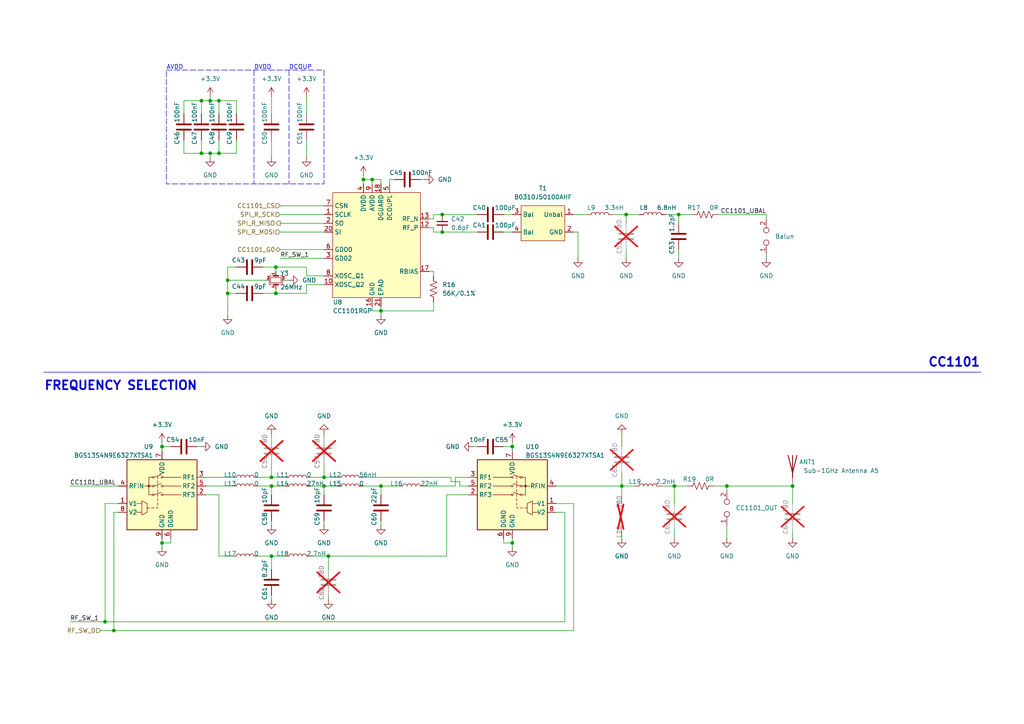
<source format=kicad_sch>
(kicad_sch (version 20231120) (generator "eeschema") (generator_version "8.0")
  (paper "A4")
  (lib_symbols
    (symbol "Connector:TestPoint_2Pole" (pin_names (offset 0.762) hide)
      (property "Reference" "TP" (at 0 1.524 0))
      (property "Value" "TestPoint_2Pole" (at 0 -1.778 0))
      (symbol "TestPoint_2Pole_0_1"
        (circle (center -1.778 0) (radius 0.762))
        (circle (center 1.778 0) (radius 0.762))
        (pin passive line (at -5.08 0 0) (length 2.54) (name "1") (number "1"))
        (pin passive line (at 5.08 0 180) (length 2.54) (name "2") (number "2"))
      )
    )
    (symbol "Device:C" (pin_numbers hide) (pin_names (offset 0.254))
      (property "Reference" "C" (at 0.635 2.54 0))
      (property "Value" "C" (at 0.635 -2.54 0))
      (symbol "C_0_1"
        (polyline (pts (xy -2.032 -0.762) (xy 2.032 -0.762)) (stroke (width 0.508)))
        (polyline (pts (xy -2.032 0.762) (xy 2.032 0.762)) (stroke (width 0.508)))
      )
      (symbol "C_1_1"
        (pin passive line (at 0 3.81 270) (length 2.794) (name "~") (number "1"))
        (pin passive line (at 0 -3.81 90) (length 2.794) (name "~") (number "2"))
      )
    )
    (symbol "Device:C_Small" (pin_numbers hide) (pin_names (offset 0.254) hide)
      (property "Reference" "C" (at 0.254 1.778 0))
      (property "Value" "C_Small" (at 0.254 -2.032 0))
      (symbol "C_Small_0_1"
        (polyline (pts (xy -1.524 -0.508) (xy 1.524 -0.508)) (stroke (width 0.3302)))
        (polyline (pts (xy -1.524 0.508) (xy 1.524 0.508)) (stroke (width 0.3048)))
      )
      (symbol "C_Small_1_1"
        (pin passive line (at 0 2.54 270) (length 2.032) (name "~") (number "1"))
        (pin passive line (at 0 -2.54 90) (length 2.032) (name "~") (number "2"))
      )
    )
    (symbol "Device:Crystal_GND23_Small" (pin_names (offset 1.016) hide)
      (property "Reference" "Y" (at 1.27 4.445 0))
      (property "Value" "Crystal_GND23_Small" (at 1.27 2.54 0))
      (symbol "Crystal_GND23_Small_0_1"
        (rectangle (start -0.762 -1.524) (end 0.762 1.524))
        (polyline (pts (xy -1.27 -0.762) (xy -1.27 0.762)) (stroke (width 0.381)))
        (polyline (pts (xy 1.27 -0.762) (xy 1.27 0.762)) (stroke (width 0.381)))
        (polyline (pts (xy -1.27 -1.27) (xy -1.27 -1.905) (xy 1.27 -1.905) (xy 1.27 -1.27)))
        (polyline (pts (xy -1.27 1.27) (xy -1.27 1.905) (xy 1.27 1.905) (xy 1.27 1.27)))
      )
      (symbol "Crystal_GND23_Small_1_1"
        (pin passive line (at -2.54 0 0) (length 1.27) (name "1") (number "1"))
        (pin passive line (at 0 -2.54 90) (length 0.635) (name "2") (number "2"))
        (pin passive line (at 0 2.54 270) (length 0.635) (name "3") (number "3"))
        (pin passive line (at 2.54 0 180) (length 1.27) (name "4") (number "4"))
      )
    )
    (symbol "Device:L" (pin_numbers hide) (pin_names (offset 1.016) hide)
      (property "Reference" "L" (at -1.27 0 90))
      (property "Value" "L" (at 1.905 0 90))
      (symbol "L_0_1"
        (arc (start 0 -2.54) (mid 0.6323 -1.905) (end 0 -1.27))
        (arc (start 0 -1.27) (mid 0.6323 -0.635) (end 0 0))
        (arc (start 0 0) (mid 0.6323 0.635) (end 0 1.27))
        (arc (start 0 1.27) (mid 0.6323 1.905) (end 0 2.54))
      )
      (symbol "L_1_1"
        (pin passive line (at 0 3.81 270) (length 1.27) (name "1") (number "1"))
        (pin passive line (at 0 -3.81 90) (length 1.27) (name "2") (number "2"))
      )
    )
    (symbol "Device:R_US" (pin_numbers hide) (pin_names (offset 0))
      (property "Reference" "R" (at 2.54 0 90))
      (property "Value" "R_US" (at -2.54 0 90))
      (symbol "R_US_0_1"
        (polyline (pts (xy 0 -2.286) (xy 0 -2.54)))
        (polyline (pts (xy 0 2.286) (xy 0 2.54)))
        (polyline (pts (xy 0 -0.762) (xy 1.016 -1.143) (xy 0 -1.524) (xy -1.016 -1.905) (xy 0 -2.286)))
        (polyline (pts (xy 0 0.762) (xy 1.016 0.381) (xy 0 0) (xy -1.016 -0.381) (xy 0 -0.762)))
        (polyline (pts (xy 0 2.286) (xy 1.016 1.905) (xy 0 1.524) (xy -1.016 1.143) (xy 0 0.762)))
      )
      (symbol "R_US_1_1"
        (pin passive line (at 0 3.81 270) (length 1.27) (name "~") (number "1"))
        (pin passive line (at 0 -3.81 90) (length 1.27) (name "~") (number "2"))
      )
    )
    (symbol "Library:Antenna" (pin_numbers hide) (pin_names (offset 1.016) hide)
      (property "Reference" "AE" (at -1.905 1.905 0))
      (property "Value" "Antenna" (at -1.905 0 0))
      (symbol "Antenna_0_1"
        (polyline (pts (xy 0 2.54) (xy 0 -3.81)) (stroke (width 0.254)))
        (polyline (pts (xy 1.27 2.54) (xy 0 -2.54) (xy -1.27 2.54)) (stroke (width 0.254)))
      )
      (symbol "Antenna_1_1"
        (pin input line (at 0 -5.08 90) (length 2.54) (name "A") (number "1"))
      )
    )
    (symbol "Library:B0310J50100AHF"
      (property "Reference" "T" (at 0 12.7 0))
      (property "Value" "B0310J50100AHF" (at 0 10.16 0))
      (symbol "B0310J50100AHF_1_1"
        (rectangle (start -6.35 5.08) (end 6.35 -5.08) (fill (type background)))
        (pin bidirectional line (at 8.89 2.54 180) (length 2.54) (name "Unbal") (number "1"))
        (pin bidirectional line (at 8.89 -2.54 180) (length 2.54) (name "GND") (number "2"))
        (pin bidirectional line (at -8.89 2.54 0) (length 2.54) (name "Bal") (number "3"))
        (pin bidirectional line (at -8.89 -2.54 0) (length 2.54) (name "Bal") (number "4"))
        (pin bidirectional line (at 0 -7.62 90) (length 2.54) hide (name "DNC") (number "5"))
        (pin bidirectional line (at 0 -7.62 90) (length 2.54) hide (name "NC") (number "6"))
      )
    )
    (symbol "Library:BGS13S4N9E6327XTSA1"
      (property "Reference" "U" (at 12.7 15.24 0))
      (property "Value" "BGS13S4N9E6327XTSA1" (at 12.7 12.7 0))
      (symbol "BGS13S4N9E6327XTSA1_0_0"
        (rectangle (start -10.16 10.16) (end 10.16 -10.16) (stroke (width 0.254)) (fill (type background)))
        (circle (center -3.81 2.54) (radius 0.254) (fill (type outline)))
        (polyline (pts (xy -4.318 -3.81) (xy -3.556 -3.81)))
        (polyline (pts (xy -3.81 2.54) (xy -5.08 2.54)))
        (polyline (pts (xy -3.048 -3.81) (xy -2.286 -3.81)))
        (polyline (pts (xy -1.27 -3.048) (xy -1.27 -2.286)))
        (polyline (pts (xy -1.27 -1.778) (xy -1.27 -1.016)))
        (polyline (pts (xy -1.27 -0.508) (xy -1.27 0.254)))
        (polyline (pts (xy -1.27 1.524) (xy -1.27 0.762)))
        (polyline (pts (xy -1.27 2.794) (xy -1.27 2.032)))
        (polyline (pts (xy -1.27 4.064) (xy -1.27 3.302)))
        (polyline (pts (xy -1.27 5.334) (xy -1.27 4.572)))
        (polyline (pts (xy 0.254 0) (xy 5.588 0)))
        (polyline (pts (xy 0.254 2.54) (xy 5.588 2.54)))
        (polyline (pts (xy 0.254 5.08) (xy 5.588 5.08)))
        (polyline (pts (xy -2.794 0) (xy -3.81 0) (xy -3.81 5.08) (xy -2.794 5.08)))
      )
      (symbol "BGS13S4N9E6327XTSA1_0_1"
        (circle (center -2.54 0) (radius 0.254))
        (circle (center -2.54 2.54) (radius 0.254))
        (circle (center -2.54 5.08) (radius 0.254))
        (polyline (pts (xy -7.366 -5.08) (xy -5.842 -5.08)))
        (polyline (pts (xy -7.366 -2.54) (xy -5.842 -2.54)))
        (polyline (pts (xy -2.794 2.54) (xy -3.81 2.54)))
        (polyline (pts (xy -2.286 0) (xy -0.254 0.762)))
        (polyline (pts (xy -2.286 2.54) (xy -0.254 3.302)))
        (polyline (pts (xy -2.286 5.08) (xy -0.254 5.842)))
        (polyline (pts (xy -1.778 -3.81) (xy -1.27 -3.81)))
        (polyline (pts (xy -1.27 -3.81) (xy -1.27 -3.556)))
        (polyline (pts (xy -5.842 -1.778) (xy -5.842 -5.842) (xy -4.318 -5.08) (xy -4.318 -2.54) (xy -5.842 -1.778)))
        (circle (center 0 0) (radius 0.254))
        (circle (center 0 2.54) (radius 0.254))
        (circle (center 0 5.08) (radius 0.254))
      )
      (symbol "BGS13S4N9E6327XTSA1_1_1"
        (pin input line (at -12.7 -2.54 0) (length 2.54) (name "V1") (number "1"))
        (pin passive line (at 12.7 0 180) (length 2.54) (name "RF3") (number "2"))
        (pin passive line (at 12.7 5.08 180) (length 2.54) (name "RF1") (number "3"))
        (pin passive line (at -12.7 2.54 0) (length 2.54) (name "RFIN") (number "4"))
        (pin passive line (at 12.7 2.54 180) (length 2.54) (name "RF2") (number "5"))
        (pin power_in line (at 2.54 -12.7 90) (length 2.54) (name "DGND") (number "6"))
        (pin power_in line (at 0 12.7 270) (length 2.54) (name "VDD") (number "7"))
        (pin input line (at -12.7 -5.08 0) (length 2.54) (name "V2") (number "8"))
        (pin power_in line (at 0 -12.7 90) (length 2.54) (name "GND") (number "9"))
      )
    )
    (symbol "Library:CC1101RGP"
      (property "Reference" "U" (at 11.43 19.05 0))
      (property "Value" "CC1101RGP" (at 11.43 16.51 0))
      (symbol "CC1101RGP_1_1"
        (rectangle (start -12.7 15.24) (end 12.7 -15.24) (fill (type background)))
        (pin input line (at -15.24 8.89 0) (length 2.54) (name "SCLK") (number "1"))
        (pin bidirectional line (at -15.24 -11.43 0) (length 2.54) (name "XOSC_Q2") (number "10"))
        (pin bidirectional line (at -1.27 17.78 270) (length 2.54) hide (name "AVDD") (number "11"))
        (pin bidirectional line (at 15.24 5.08 180) (length 2.54) (name "RF_P") (number "12"))
        (pin bidirectional line (at 15.24 7.62 180) (length 2.54) (name "RF_N") (number "13"))
        (pin bidirectional line (at -1.27 17.78 270) (length 2.54) hide (name "AVDD") (number "14"))
        (pin bidirectional line (at -1.27 17.78 270) (length 2.54) hide (name "AVDD") (number "15"))
        (pin bidirectional line (at -1.27 -17.78 90) (length 2.54) (name "GND") (number "16"))
        (pin bidirectional line (at 15.24 -7.62 180) (length 2.54) (name "RBIAS") (number "17"))
        (pin bidirectional line (at 1.27 17.78 270) (length 2.54) (name "DGUARD") (number "18"))
        (pin bidirectional line (at -1.27 -17.78 90) (length 2.54) hide (name "GND") (number "19"))
        (pin output line (at -15.24 6.35 0) (length 2.54) (name "SO") (number "2"))
        (pin bidirectional line (at -15.24 3.81 0) (length 2.54) (name "SI") (number "20"))
        (pin bidirectional line (at 1.27 -17.78 90) (length 2.54) (name "EPAD") (number "21"))
        (pin bidirectional line (at -15.24 -3.81 0) (length 2.54) (name "GD02") (number "3"))
        (pin bidirectional line (at -3.81 17.78 270) (length 2.54) (name "DVDD") (number "4"))
        (pin bidirectional line (at 3.81 17.78 270) (length 2.54) (name "DCOUPL") (number "5"))
        (pin bidirectional line (at -15.24 -1.27 0) (length 2.54) (name "GDO0") (number "6"))
        (pin bidirectional line (at -15.24 11.43 0) (length 2.54) (name "CSN") (number "7"))
        (pin bidirectional line (at -15.24 -8.89 0) (length 2.54) (name "XOSC_Q1") (number "8"))
        (pin bidirectional line (at -1.27 17.78 270) (length 2.54) (name "AVDD") (number "9"))
      )
    )
    (symbol "Library:L" (pin_numbers hide) (pin_names (offset 1.016) hide)
      (property "Reference" "L" (at -1.27 0 90))
      (property "Value" "L" (at 1.905 0 90))
      (symbol "L_0_1"
        (arc (start 0 -2.54) (mid 0.6323 -1.905) (end 0 -1.27))
        (arc (start 0 -1.27) (mid 0.6323 -0.635) (end 0 0))
        (arc (start 0 0) (mid 0.6323 0.635) (end 0 1.27))
        (arc (start 0 1.27) (mid 0.6323 1.905) (end 0 2.54))
      )
      (symbol "L_1_1"
        (pin passive line (at 0 3.81 270) (length 1.27) (name "1") (number "1"))
        (pin passive line (at 0 -3.81 90) (length 1.27) (name "2") (number "2"))
      )
    )
    (symbol "power:+3.3V" (power) (pin_numbers hide) (pin_names (offset 0) hide)
      (property "Value" "+3.3V" (at 0 3.556 0))
      (symbol "+3.3V_0_1"
        (polyline (pts (xy -0.762 1.27) (xy 0 2.54)))
        (polyline (pts (xy 0 0) (xy 0 2.54)))
        (polyline (pts (xy 0 2.54) (xy 0.762 1.27)))
      )
      (symbol "+3.3V_1_1"
        (pin power_in line (at 0 0 90) (length 0) (name "~") (number "1"))
      )
    )
    (symbol "power:GND" (power) (pin_numbers hide) (pin_names (offset 0) hide)
      (property "Value" "GND" (at 0 -3.81 0))
      (symbol "GND_0_1"
        (polyline (pts (xy 0 0) (xy 0 -1.27) (xy 1.27 -1.27) (xy 0 -2.54) (xy -1.27 -1.27) (xy 0 -1.27)))
      )
      (symbol "GND_1_1"
        (pin power_in line (at 0 0 270) (length 0) (name "~") (number "1"))
      )
    )
  )
  (junction (at 78.74 138.43))
  (junction (at 66.04 85.09))
  (junction (at 195.58 140.97))
  (junction (at 46.99 129.54))
  (junction (at 58.42 44.45))
  (junction (at 229.87 140.97))
  (junction (at 181.61 62.23))
  (junction (at 78.74 140.97))
  (junction (at 78.74 161.29))
  (junction (at 180.34 140.97))
  (junction (at 30.48 180.34))
  (junction (at 60.96 44.45))
  (junction (at 93.98 140.97))
  (junction (at 95.25 161.29))
  (junction (at 148.59 157.48))
  (junction (at 66.04 81.28))
  (junction (at 63.5 44.45))
  (junction (at 33.02 182.88))
  (junction (at 93.98 138.43))
  (junction (at 110.49 90.17))
  (junction (at 148.59 129.54))
  (junction (at 58.42 29.21))
  (junction (at 107.95 52.07))
  (junction (at 128.27 67.31))
  (junction (at 60.96 29.21))
  (junction (at 210.82 140.97))
  (junction (at 110.49 140.97))
  (junction (at 46.99 157.48))
  (junction (at 80.01 85.09))
  (junction (at 196.85 62.23))
  (junction (at 128.27 62.23))
  (junction (at 80.01 77.47))
  (junction (at 63.5 29.21))
  (junction (at 105.41 52.07))
  (wire (pts (xy 180.34 140.97) (xy 184.15 140.97)))
  (wire (pts (xy 93.98 134.62) (xy 93.98 138.43)))
  (wire (pts (xy 30.48 146.05) (xy 30.48 180.34)))
  (wire (pts (xy 148.59 156.21) (xy 148.59 157.48)))
  (wire (pts (xy 80.01 85.09) (xy 80.01 83.82)))
  (wire (pts (xy 107.95 90.17) (xy 110.49 90.17)))
  (wire (pts (xy 81.28 59.69) (xy 93.98 59.69)))
  (wire (pts (xy 125.73 87.63) (xy 125.73 90.17)))
  (wire (pts (xy 95.25 161.29) (xy 95.25 165.1)))
  (wire (pts (xy 93.98 138.43) (xy 97.79 138.43)))
  (wire (pts (xy 88.9 27.94) (xy 88.9 33.02)))
  (wire (pts (xy 81.28 74.93) (xy 93.98 74.93)))
  (wire (pts (xy 81.28 72.39) (xy 93.98 72.39)))
  (wire (pts (xy 105.41 50.8) (xy 105.41 52.07)))
  (wire (pts (xy 33.02 148.59) (xy 34.29 148.59)))
  (wire (pts (xy 107.95 52.07) (xy 105.41 52.07)))
  (wire (pts (xy 80.01 85.09) (xy 88.9 85.09)))
  (wire (pts (xy 128.27 62.23) (xy 138.43 62.23)))
  (wire (pts (xy 33.02 148.59) (xy 33.02 182.88)))
  (wire (pts (xy 163.83 180.34) (xy 30.48 180.34)))
  (wire (pts (xy 34.29 146.05) (xy 30.48 146.05)))
  (wire (pts (xy 78.74 140.97) (xy 82.55 140.97)))
  (wire (pts (xy 146.05 67.31) (xy 148.59 67.31)))
  (wire (pts (xy 148.59 128.27) (xy 148.59 129.54)))
  (wire (pts (xy 53.34 40.64) (xy 53.34 44.45)))
  (wire (pts (xy 208.28 62.23) (xy 222.25 62.23)))
  (wire (pts (xy 210.82 152.4) (xy 210.82 156.21)))
  (wire (pts (xy 78.74 40.64) (xy 78.74 45.72)))
  (wire (pts (xy 63.5 33.02) (xy 63.5 29.21)))
  (wire (pts (xy 110.49 52.07) (xy 110.49 53.34)))
  (wire (pts (xy 88.9 82.55) (xy 93.98 82.55)))
  (wire (pts (xy 81.28 67.31) (xy 93.98 67.31)))
  (wire (pts (xy 93.98 140.97) (xy 93.98 143.51)))
  (wire (pts (xy 166.37 67.31) (xy 167.64 67.31)))
  (wire (pts (xy 148.59 129.54) (xy 148.59 130.81)))
  (wire (pts (xy 133.35 139.7) (xy 133.35 140.97)))
  (wire (pts (xy 46.99 128.27) (xy 46.99 129.54)))
  (wire (pts (xy 59.69 138.43) (xy 67.31 138.43)))
  (wire (pts (xy 128.27 67.31) (xy 138.43 67.31)))
  (wire (pts (xy 105.41 52.07) (xy 105.41 53.34)))
  (wire (pts (xy 76.2 77.47) (xy 80.01 77.47)))
  (wire (pts (xy 46.99 129.54) (xy 46.99 130.81)))
  (wire (pts (xy 125.73 62.23) (xy 128.27 62.23)))
  (wire (pts (xy 132.08 138.43) (xy 135.89 138.43)))
  (wire (pts (xy 177.8 62.23) (xy 181.61 62.23)))
  (wire (pts (xy 196.85 62.23) (xy 196.85 64.77)))
  (wire (pts (xy 110.49 151.13) (xy 110.49 152.4)))
  (wire (pts (xy 77.47 81.28) (xy 66.04 81.28)))
  (wire (pts (xy 49.53 156.21) (xy 49.53 157.48)))
  (wire (pts (xy 49.53 157.48) (xy 46.99 157.48)))
  (wire (pts (xy 46.99 129.54) (xy 49.53 129.54)))
  (wire (pts (xy 181.61 62.23) (xy 185.42 62.23)))
  (wire (pts (xy 78.74 134.62) (xy 78.74 138.43)))
  (wire (pts (xy 58.42 29.21) (xy 58.42 33.02)))
  (wire (pts (xy 80.01 77.47) (xy 80.01 78.74)))
  (wire (pts (xy 138.43 129.54) (xy 137.16 129.54)))
  (wire (pts (xy 93.98 151.13) (xy 93.98 152.4)))
  (wire (pts (xy 110.49 90.17) (xy 110.49 88.9)))
  (wire (pts (xy 88.9 40.64) (xy 88.9 45.72)))
  (wire (pts (xy 161.29 148.59) (xy 163.83 148.59)))
  (wire (pts (xy 60.96 27.94) (xy 60.96 29.21)))
  (wire (pts (xy 180.34 125.73) (xy 180.34 129.54)))
  (wire (pts (xy 59.69 140.97) (xy 67.31 140.97)))
  (wire (pts (xy 58.42 44.45) (xy 58.42 40.64)))
  (wire (pts (xy 146.05 157.48) (xy 148.59 157.48)))
  (wire (pts (xy 130.81 139.7) (xy 130.81 138.43)))
  (wire (pts (xy 82.55 81.28) (xy 83.82 81.28)))
  (wire (pts (xy 90.17 140.97) (xy 93.98 140.97)))
  (wire (pts (xy 110.49 90.17) (xy 110.49 91.44)))
  (wire (pts (xy 146.05 156.21) (xy 146.05 157.48)))
  (wire (pts (xy 63.5 161.29) (xy 67.31 161.29)))
  (wire (pts (xy 107.95 88.9) (xy 107.95 90.17)))
  (polyline (pts (xy 83.82 20.32) (xy 83.82 53.34)) (stroke (width 0) (type dash)))
  (wire (pts (xy 90.17 161.29) (xy 95.25 161.29)))
  (wire (pts (xy 222.25 74.93) (xy 222.25 73.66)))
  (wire (pts (xy 229.87 153.67) (xy 229.87 156.21)))
  (wire (pts (xy 146.05 62.23) (xy 148.59 62.23)))
  (wire (pts (xy 63.5 44.45) (xy 60.96 44.45)))
  (wire (pts (xy 63.5 44.45) (xy 68.58 44.45)))
  (wire (pts (xy 130.81 138.43) (xy 105.41 138.43)))
  (wire (pts (xy 78.74 161.29) (xy 78.74 165.1)))
  (wire (pts (xy 20.32 180.34) (xy 30.48 180.34)))
  (wire (pts (xy 123.19 140.97) (xy 132.08 140.97)))
  (wire (pts (xy 181.61 64.77) (xy 181.61 62.23)))
  (wire (pts (xy 229.87 146.05) (xy 229.87 140.97)))
  (wire (pts (xy 90.17 138.43) (xy 93.98 138.43)))
  (wire (pts (xy 60.96 29.21) (xy 58.42 29.21)))
  (wire (pts (xy 74.93 138.43) (xy 78.74 138.43)))
  (wire (pts (xy 125.73 63.5) (xy 124.46 63.5)))
  (wire (pts (xy 210.82 142.24) (xy 210.82 140.97)))
  (wire (pts (xy 124.46 78.74) (xy 125.73 78.74)))
  (wire (pts (xy 60.96 44.45) (xy 60.96 45.72)))
  (wire (pts (xy 129.54 161.29) (xy 129.54 143.51)))
  (wire (pts (xy 193.04 62.23) (xy 196.85 62.23)))
  (wire (pts (xy 74.93 161.29) (xy 78.74 161.29)))
  (wire (pts (xy 107.95 52.07) (xy 107.95 53.34)))
  (wire (pts (xy 95.25 161.29) (xy 129.54 161.29)))
  (wire (pts (xy 148.59 157.48) (xy 148.59 158.75)))
  (wire (pts (xy 133.35 140.97) (xy 135.89 140.97)))
  (wire (pts (xy 46.99 157.48) (xy 46.99 158.75)))
  (wire (pts (xy 125.73 66.04) (xy 125.73 67.31)))
  (wire (pts (xy 59.69 143.51) (xy 63.5 143.51)))
  (wire (pts (xy 57.15 129.54) (xy 58.42 129.54)))
  (wire (pts (xy 78.74 172.72) (xy 78.74 173.99)))
  (wire (pts (xy 210.82 140.97) (xy 229.87 140.97)))
  (wire (pts (xy 93.98 140.97) (xy 97.79 140.97)))
  (wire (pts (xy 125.73 67.31) (xy 128.27 67.31)))
  (wire (pts (xy 63.5 29.21) (xy 68.58 29.21)))
  (wire (pts (xy 105.41 140.97) (xy 110.49 140.97)))
  (wire (pts (xy 66.04 77.47) (xy 66.04 81.28)))
  (wire (pts (xy 114.3 52.07) (xy 113.03 52.07)))
  (wire (pts (xy 66.04 91.44) (xy 66.04 85.09)))
  (wire (pts (xy 88.9 80.01) (xy 93.98 80.01)))
  (wire (pts (xy 33.02 182.88) (xy 166.37 182.88)))
  (wire (pts (xy 78.74 125.73) (xy 78.74 127)))
  (wire (pts (xy 129.54 143.51) (xy 135.89 143.51)))
  (wire (pts (xy 78.74 140.97) (xy 78.74 143.51)))
  (wire (pts (xy 125.73 78.74) (xy 125.73 80.01)))
  (wire (pts (xy 180.34 140.97) (xy 180.34 146.05)))
  (wire (pts (xy 81.28 64.77) (xy 93.98 64.77)))
  (wire (pts (xy 110.49 140.97) (xy 110.49 143.51)))
  (wire (pts (xy 78.74 138.43) (xy 82.55 138.43)))
  (wire (pts (xy 195.58 153.67) (xy 195.58 156.21)))
  (wire (pts (xy 53.34 33.02) (xy 53.34 29.21)))
  (wire (pts (xy 166.37 146.05) (xy 166.37 182.88)))
  (polyline (pts (xy 12.7 107.95) (xy 284.48 107.95)))
  (wire (pts (xy 68.58 33.02) (xy 68.58 29.21)))
  (wire (pts (xy 58.42 44.45) (xy 53.34 44.45)))
  (wire (pts (xy 66.04 81.28) (xy 66.04 85.09)))
  (wire (pts (xy 166.37 62.23) (xy 170.18 62.23)))
  (wire (pts (xy 78.74 151.13) (xy 78.74 152.4)))
  (wire (pts (xy 29.21 182.88) (xy 33.02 182.88)))
  (wire (pts (xy 110.49 140.97) (xy 115.57 140.97)))
  (wire (pts (xy 78.74 27.94) (xy 78.74 33.02)))
  (wire (pts (xy 88.9 85.09) (xy 88.9 82.55)))
  (wire (pts (xy 63.5 40.64) (xy 63.5 44.45)))
  (wire (pts (xy 180.34 137.16) (xy 180.34 140.97)))
  (wire (pts (xy 81.28 62.23) (xy 93.98 62.23)))
  (wire (pts (xy 132.08 140.97) (xy 132.08 138.43)))
  (wire (pts (xy 181.61 72.39) (xy 181.61 74.93)))
  (wire (pts (xy 161.29 146.05) (xy 166.37 146.05)))
  (wire (pts (xy 93.98 125.73) (xy 93.98 127)))
  (polyline (pts (xy 73.66 20.32) (xy 73.66 53.34)) (stroke (width 0) (type dash)))
  (wire (pts (xy 207.01 140.97) (xy 210.82 140.97)))
  (wire (pts (xy 196.85 72.39) (xy 196.85 74.93)))
  (wire (pts (xy 63.5 143.51) (xy 63.5 161.29)))
  (wire (pts (xy 133.35 139.7) (xy 130.81 139.7)))
  (wire (pts (xy 121.92 52.07) (xy 123.19 52.07)))
  (wire (pts (xy 163.83 148.59) (xy 163.83 180.34)))
  (wire (pts (xy 76.2 85.09) (xy 80.01 85.09)))
  (wire (pts (xy 58.42 29.21) (xy 53.34 29.21)))
  (wire (pts (xy 113.03 52.07) (xy 113.03 53.34)))
  (wire (pts (xy 167.64 67.31) (xy 167.64 74.93)))
  (wire (pts (xy 125.73 90.17) (xy 110.49 90.17)))
  (wire (pts (xy 80.01 77.47) (xy 88.9 77.47)))
  (wire (pts (xy 74.93 140.97) (xy 78.74 140.97)))
  (wire (pts (xy 161.29 140.97) (xy 180.34 140.97)))
  (wire (pts (xy 68.58 77.47) (xy 66.04 77.47)))
  (wire (pts (xy 63.5 29.21) (xy 60.96 29.21)))
  (wire (pts (xy 195.58 140.97) (xy 199.39 140.97)))
  (wire (pts (xy 88.9 77.47) (xy 88.9 80.01)))
  (wire (pts (xy 191.77 140.97) (xy 195.58 140.97)))
  (wire (pts (xy 229.87 139.7) (xy 229.87 140.97)))
  (wire (pts (xy 196.85 62.23) (xy 200.66 62.23)))
  (wire (pts (xy 78.74 161.29) (xy 82.55 161.29)))
  (wire (pts (xy 66.04 85.09) (xy 68.58 85.09)))
  (wire (pts (xy 195.58 140.97) (xy 195.58 146.05)))
  (wire (pts (xy 148.59 129.54) (xy 146.05 129.54)))
  (wire (pts (xy 68.58 40.64) (xy 68.58 44.45)))
  (wire (pts (xy 60.96 44.45) (xy 58.42 44.45)))
  (wire (pts (xy 222.25 62.23) (xy 222.25 63.5)))
  (wire (pts (xy 46.99 156.21) (xy 46.99 157.48)))
  (wire (pts (xy 125.73 63.5) (xy 125.73 62.23)))
  (wire (pts (xy 180.34 153.67) (xy 180.34 156.21)))
  (wire (pts (xy 110.49 52.07) (xy 107.95 52.07)))
  (wire (pts (xy 20.32 140.97) (xy 34.29 140.97)))
  (wire (pts (xy 125.73 66.04) (xy 124.46 66.04)))
  (wire (pts (xy 95.25 172.72) (xy 95.25 173.99)))
  (rectangle (start 48.26 20.32) (end 93.98 53.34) (stroke (width 0) (type dash)))
  (text "FREQUENCY SELECTION" (exclude_from_sim yes) (at 12.7 110.49 0) (effects (font (size 2.54 2.54) (thickness 0.508) (bold yes)) (justify left top)))
  (text "AVDD" (at 48.26 20.32 0) (effects (font (size 1.27 1.27)) (justify left bottom)))
  (text "CC1101\n" (exclude_from_sim yes) (at 284.48 106.68 0) (effects (font (size 2.54 2.54) (thickness 0.508) (bold yes)) (justify right bottom)))
  (text "DCOUP" (at 83.82 20.32 0) (effects (font (size 1.27 1.27)) (justify left bottom)))
  (text "DVDD" (at 73.66 20.32 0) (effects (font (size 1.27 1.27)) (justify left bottom)))
  (label "RF_SW_1" (at 81.28 74.93 0))
  (label "CC1101_UBAL" (at 222.25 62.23 180))
  (label "RF_SW_1" (at 20.32 180.34 0))
  (label "CC1101_UBAL" (at 20.32 140.97 0))
  (hierarchical_label "SPI_R_SCK" (shape input) (at 81.28 62.23 180))
  (hierarchical_label "SPI_R_MOSI" (shape input) (at 81.28 67.31 180))
  (hierarchical_label "CC1101_CS" (shape input) (at 81.28 59.69 180))
  (hierarchical_label "SPI_R_MISO" (shape output) (at 81.28 64.77 180))
  (hierarchical_label "CC1101_G0" (shape bidirectional) (at 81.28 72.39 180))
  (hierarchical_label "RF_SW_0" (shape input) (at 29.21 182.88 180))
  (symbol (lib_id "Device:C") (at 142.24 67.31 90) (unit 1)
    (property "Reference" "C41" (at 140.97 66.04 90) (effects (justify left top)))
    (property "Value" "100pF" (at 143.51 66.04 90) (effects (justify right top)))
    (property "Description" "Unpolarized capacitor" (effects (hide yes)))
  )
  (symbol (lib_id "Device:C") (at 53.34 36.83 180) (unit 1)
    (property "Reference" "C46" (at 52.07 38.1 90) (effects (justify left top)))
    (property "Value" "100nF" (at 52.07 35.56 90) (effects (justify right top)))
    (property "Description" "Unpolarized capacitor" (effects (hide yes)))
  )
  (symbol (lib_id "power:+3.3V") (at 78.74 27.94 0) (unit 1)
    (property "Reference" "#PWR077" (effects (hide yes)))
    (property "Value" "+3.3V" (at 78.74 22.86 0))
    (property "Description" "Power symbol creates a global label with name \"+3.3V\"" (effects (hide yes)))
  )
  (symbol (lib_id "Device:C") (at 68.58 36.83 180) (unit 1)
    (property "Reference" "C49" (at 67.31 38.1 90) (effects (justify left top)))
    (property "Value" "100nF" (at 67.31 35.56 90) (effects (justify right top)))
    (property "Description" "Unpolarized capacitor" (effects (hide yes)))
  )
  (symbol (lib_id "Library:CC1101RGP") (at 109.22 71.12 0) (unit 1)
    (property "Reference" "U8" (at 96.52 87.63 0) (effects (justify left)))
    (property "Value" "CC1101RGP" (at 96.52 90.17 0) (effects (justify left)))
    (property "Footprint" "Package_DFN_QFN:Texas_RGP0020H_VQFN-20-1EP_4x4mm_P0.5mm_EP2.4x2.4mm" (effects (hide yes)))
    (property "Datasheet" "https://www.ti.com/lit/ds/symlink/cc1101.pdf" (effects (hide yes)))
  )
  (symbol (lib_id "Library:BGS13S4N9E6327XTSA1") (at 148.59 143.51 0) (mirror y) (unit 1)
    (property "Reference" "U10" (at 152.4 129.54 0) (effects (justify right)))
    (property "Value" "BGS13S4N9E6327XTSA1" (at 152.4 132.08 0) (effects (justify right)))
  )
  (symbol (lib_id "Device:C") (at 78.74 36.83 180) (unit 1)
    (property "Reference" "C50" (at 77.47 38.1 90) (effects (justify left top)))
    (property "Value" "100nF" (at 77.47 35.56 90) (effects (justify right top)))
    (property "Description" "Unpolarized capacitor" (effects (hide yes)))
  )
  (symbol (lib_id "Device:R_US") (at 204.47 62.23 90) (unit 1)
    (property "Reference" "R17" (at 203.2 60.96 90) (effects (justify left top)))
    (property "Value" "0R" (at 205.74 60.96 90) (effects (justify right top)))
    (property "Description" "Resistor, US symbol" (effects (hide yes)))
  )
  (symbol (lib_id "Library:Antenna") (at 229.87 134.62 0) (unit 1)
    (property "Reference" "ANT1" (at 231.775 133.985 0) (effects (justify left)))
    (property "Value" "Sub-1GHz Antenna A5" (at 233.045 136.525 0) (effects (justify left)))
    (property "Footprint" "footprints:Antenna_2" (effects (hide yes)))
  )
  (symbol (lib_id "power:+3.3V") (at 88.9 27.94 0) (unit 1)
    (property "Reference" "#PWR079" (effects (hide yes)))
    (property "Value" "+3.3V" (at 88.9 22.86 0))
    (property "Description" "Power symbol creates a global label with name \"+3.3V\"" (effects (hide yes)))
  )
  (symbol (lib_id "power:GND") (at 123.19 52.07 90) (unit 1)
    (property "Reference" "#PWR073" (effects (hide yes)))
    (property "Value" "GND" (at 127 52.0699 90) (effects (justify right)))
    (property "Description" "Power symbol creates a global label with name \"GND\" , ground" (effects (hide yes)))
  )
  (symbol (lib_id "power:GND") (at 78.74 45.72 0) (unit 1)
    (property "Reference" "#PWR078" (effects (hide yes)))
    (property "Value" "GND" (at 78.74 50.8 0))
    (property "Description" "Power symbol creates a global label with name \"GND\" , ground" (effects (hide yes)))
  )
  (symbol (lib_id "Device:L") (at 71.12 138.43 90) (unit 1)
    (property "Reference" "L10" (at 68.58 138.43 90) (effects (justify left top)))
    (property "Value" "0" (at 73.66 138.43 90) (effects (justify right top)))
    (property "Footprint" "Inductor_SMD:L_0402_1005Metric" (effects (hide yes)))
    (property "Description" "Inductor" (effects (hide yes)))
  )
  (symbol (lib_id "Device:L") (at 86.36 161.29 90) (unit 1)
    (property "Reference" "L18" (at 83.82 161.29 90) (effects (justify left top)))
    (property "Value" "2.7nH" (at 88.9 161.29 90) (effects (justify right top)))
    (property "Footprint" "Inductor_SMD:L_0402_1005Metric" (effects (hide yes)))
    (property "Description" "Inductor" (effects (hide yes)))
  )
  (symbol (lib_id "Device:C") (at 110.49 147.32 180) (unit 1)
    (property "Reference" "C60" (at 109.22 148.59 90) (effects (justify left top)))
    (property "Value" "22pF" (at 109.22 146.05 90) (effects (justify right top)))
    (property "Description" "Unpolarized capacitor" (effects (hide yes)))
  )
  (symbol (lib_id "Connector:TestPoint_2Pole") (at 210.82 147.32 90) (unit 1)
    (property "Reference" "TP32" (effects (hide yes)))
    (property "Value" "CC1101_OUT" (at 213.36 147.3199 90) (effects (justify right)))
    (property "Description" "2-polar test point" (effects (hide yes)))
  )
  (symbol (lib_id "power:GND") (at 46.99 158.75 0) (unit 1)
    (property "Reference" "#PWR083" (effects (hide yes)))
    (property "Value" "GND" (at 46.99 163.83 0))
    (property "Description" "Power symbol creates a global label with name \"GND\" , ground" (effects (hide yes)))
  )
  (symbol (lib_id "Device:C") (at 142.24 129.54 270) (mirror x) (unit 1)
    (property "Reference" "C55" (at 143.51 128.27 90) (effects (justify left top)))
    (property "Value" "10nF" (at 140.97 128.27 90) (effects (justify right top)))
    (property "Description" "Unpolarized capacitor" (effects (hide yes)))
  )
  (symbol (lib_id "Device:R_US") (at 125.73 83.82 0) (unit 1)
    (property "Reference" "R16" (at 128.27 82.5499 0) (effects (justify left)))
    (property "Value" "56K/0.1%" (at 128.27 85.0899 0) (effects (justify left)))
    (property "Description" "Resistor, US symbol" (effects (hide yes)))
  )
  (symbol (lib_id "power:GND") (at 78.74 125.73 180) (unit 1)
    (property "Reference" "#PWR094" (effects (hide yes)))
    (property "Value" "GND" (at 78.74 120.65 0))
    (property "Description" "Power symbol creates a global label with name \"GND\" , ground" (effects (hide yes)))
  )
  (symbol (lib_id "power:GND") (at 93.98 125.73 180) (unit 1)
    (property "Reference" "#PWR095" (effects (hide yes)))
    (property "Value" "GND" (at 93.98 120.65 0))
    (property "Description" "Power symbol creates a global label with name \"GND\" , ground" (effects (hide yes)))
  )
  (symbol (lib_id "power:GND") (at 60.96 45.72 0) (unit 1)
    (property "Reference" "#PWR075" (effects (hide yes)))
    (property "Value" "GND" (at 60.96 50.8 0))
    (property "Description" "Power symbol creates a global label with name \"GND\" , ground" (effects (hide yes)))
  )
  (symbol (lib_id "Device:C") (at 72.39 77.47 90) (unit 1)
    (property "Reference" "C43" (at 71.12 76.2 90) (effects (justify left top)))
    (property "Value" "9pF" (at 73.66 76.2 90) (effects (justify right top)))
    (property "Description" "Unpolarized capacitor" (effects (hide yes)))
  )
  (symbol (lib_id "Device:L") (at 71.12 161.29 90) (unit 1)
    (property "Reference" "L17" (at 68.58 161.29 90) (effects (justify left top)))
    (property "Value" "0" (at 73.66 161.29 90) (effects (justify right top)))
    (property "Footprint" "Inductor_SMD:L_0402_1005Metric" (effects (hide yes)))
    (property "Description" "Inductor" (effects (hide yes)))
  )
  (symbol (lib_id "Device:R_US") (at 203.2 140.97 90) (unit 1)
    (property "Reference" "R19" (at 201.93 139.7 90) (effects (justify left top)))
    (property "Value" "0R" (at 204.47 139.7 90) (effects (justify right top)))
    (property "Description" "Resistor, US symbol" (effects (hide yes)))
  )
  (symbol (lib_id "power:GND") (at 167.64 74.93 0) (unit 1)
    (property "Reference" "#PWR069" (effects (hide yes)))
    (property "Value" "GND" (at 167.64 80.01 0))
    (property "Description" "Power symbol creates a global label with name \"GND\" , ground" (effects (hide yes)))
  )
  (symbol (lib_id "Connector:TestPoint_2Pole") (at 222.25 68.58 90) (unit 1)
    (property "Reference" "TP33" (effects (hide yes)))
    (property "Value" "Balun" (at 224.79 68.5799 90) (effects (justify right)))
    (property "Description" "2-polar test point" (effects (hide yes)))
  )
  (symbol (lib_id "power:GND") (at 110.49 91.44 0) (unit 1)
    (property "Reference" "#PWR072" (effects (hide yes)))
    (property "Value" "GND" (at 110.49 96.52 0))
    (property "Description" "Power symbol creates a global label with name \"GND\" , ground" (effects (hide yes)))
  )
  (symbol (lib_id "power:+3.3V") (at 105.41 50.8 0) (unit 1)
    (property "Reference" "#PWR074" (effects (hide yes)))
    (property "Value" "+3.3V" (at 105.41 45.72 0))
    (property "Description" "Power symbol creates a global label with name \"+3.3V\"" (effects (hide yes)))
  )
  (symbol (lib_id "Device:C") (at 63.5 36.83 180) (unit 1)
    (property "Reference" "C48" (at 62.23 38.1 90) (effects (justify left top)))
    (property "Value" "100nF" (at 62.23 35.56 90) (effects (justify right top)))
    (property "Description" "Unpolarized capacitor" (effects (hide yes)))
  )
  (symbol (lib_id "Device:C") (at 118.11 52.07 90) (unit 1)
    (property "Reference" "C45" (at 116.84 50.8 90) (effects (justify left top)))
    (property "Value" "100nF" (at 119.38 50.8 90) (effects (justify right top)))
    (property "Description" "Unpolarized capacitor" (effects (hide yes)))
  )
  (symbol (lib_id "Device:L") (at 101.6 138.43 90) (unit 1)
    (property "Reference" "L12" (at 99.06 138.43 90) (effects (justify left top)))
    (property "Value" "56nH" (at 104.14 138.43 90) (effects (justify right top)))
    (property "Footprint" "Inductor_SMD:L_0402_1005Metric" (effects (hide yes)))
    (property "Description" "Inductor" (effects (hide yes)))
  )
  (symbol (lib_id "Device:L") (at 119.38 140.97 90) (unit 1)
    (property "Reference" "L16" (at 116.84 140.97 90) (effects (justify left top)))
    (property "Value" "22nH" (at 121.92 140.97 90) (effects (justify right top)))
    (property "Footprint" "Inductor_SMD:L_0402_1005Metric" (effects (hide yes)))
    (property "Description" "Inductor" (effects (hide yes)))
  )
  (symbol (lib_id "Device:C") (at 93.98 147.32 180) (unit 1)
    (property "Reference" "C59" (at 92.71 148.59 90) (effects (justify left top)))
    (property "Value" "10pF" (at 92.71 146.05 90) (effects (justify right top)))
    (property "Description" "Unpolarized capacitor" (effects (hide yes)))
  )
  (symbol (lib_id "Device:C") (at 142.24 62.23 90) (unit 1)
    (property "Reference" "C40" (at 140.97 60.96 90) (effects (justify left top)))
    (property "Value" "100pF" (at 143.51 60.96 90) (effects (justify right top)))
    (property "Description" "Unpolarized capacitor" (effects (hide yes)))
  )
  (symbol (lib_id "power:GND") (at 66.04 91.44 0) (unit 1)
    (property "Reference" "#PWR071" (effects (hide yes)))
    (property "Value" "GND" (at 66.04 96.52 0))
    (property "Description" "Power symbol creates a global label with name \"GND\" , ground" (effects (hide yes)))
  )
  (symbol (lib_id "Device:L") (at 86.36 140.97 90) (unit 1)
    (property "Reference" "L14" (at 83.82 140.97 90) (effects (justify left top)))
    (property "Value" "27nH" (at 88.9 140.97 90) (effects (justify right top)))
    (property "Footprint" "Inductor_SMD:L_0402_1005Metric" (effects (hide yes)))
    (property "Description" "Inductor" (effects (hide yes)))
  )
  (symbol (lib_id "Device:L") (at 173.99 62.23 90) (unit 1)
    (property "Reference" "L9" (at 172.72 60.96 90) (effects (justify left top)))
    (property "Value" "3.3nH" (at 175.26 60.96 90) (effects (justify right top)))
    (property "Description" "Inductor" (effects (hide yes)))
  )
  (symbol (lib_id "Device:L") (at 180.34 149.86 180) (unit 1) (dnp yes)
    (property "Reference" "L20" (at 180.34 152.4 90) (effects (justify left top)))
    (property "Value" "TBD" (at 180.34 147.32 90) (effects (justify right top)))
    (property "Footprint" "nductor_SMD:L_0402_1005Metric" (effects (hide yes)))
    (property "Description" "Inductor" (effects (hide yes)))
  )
  (symbol (lib_id "power:GND") (at 78.74 152.4 0) (unit 1)
    (property "Reference" "#PWR089" (effects (hide yes)))
    (property "Value" "GND" (at 78.74 157.48 0))
    (property "Description" "Power symbol creates a global label with name \"GND\" , ground" (effects (hide yes)))
  )
  (symbol (lib_id "Device:C") (at 93.98 130.81 180) (unit 1) (dnp yes)
    (property "Reference" "C57" (at 92.71 132.08 90) (effects (justify left top)))
    (property "Value" "TBD" (at 92.71 129.54 90) (effects (justify right top)))
    (property "Description" "Unpolarized capacitor" (effects (hide yes)))
  )
  (symbol (lib_id "Library:B0310J50100AHF") (at 157.48 64.77 0) (unit 1)
    (property "Reference" "T1" (at 157.48 54.61 0))
    (property "Value" "B0310J50100AHF" (at 157.48 57.15 0))
  )
  (symbol (lib_id "Device:L") (at 71.12 140.97 90) (unit 1)
    (property "Reference" "L13" (at 68.58 140.97 90) (effects (justify left top)))
    (property "Value" "0" (at 73.66 140.97 90) (effects (justify right top)))
    (property "Footprint" "Inductor_SMD:L_0402_1005Metric" (effects (hide yes)))
    (property "Description" "Inductor" (effects (hide yes)))
  )
  (symbol (lib_id "power:GND") (at 93.98 152.4 0) (unit 1)
    (property "Reference" "#PWR090" (effects (hide yes)))
    (property "Value" "GND" (at 93.98 157.48 0))
    (property "Description" "Power symbol creates a global label with name \"GND\" , ground" (effects (hide yes)))
  )
  (symbol (lib_id "power:GND") (at 58.42 129.54 90) (unit 1)
    (property "Reference" "#PWR086" (effects (hide yes)))
    (property "Value" "GND" (at 62.23 129.5399 90) (effects (justify right)))
    (property "Description" "Power symbol creates a global label with name \"GND\" , ground" (effects (hide yes)))
  )
  (symbol (lib_id "Device:C") (at 88.9 36.83 180) (unit 1)
    (property "Reference" "C51" (at 87.63 38.1 90) (effects (justify left top)))
    (property "Value" "100nF" (at 87.63 35.56 90) (effects (justify right top)))
    (property "Description" "Unpolarized capacitor" (effects (hide yes)))
  )
  (symbol (lib_id "power:GND") (at 110.49 152.4 0) (unit 1)
    (property "Reference" "#PWR091" (effects (hide yes)))
    (property "Value" "GND" (at 110.49 157.48 0))
    (property "Description" "Power symbol creates a global label with name \"GND\" , ground" (effects (hide yes)))
  )
  (symbol (lib_id "Device:L") (at 86.36 138.43 90) (unit 1)
    (property "Reference" "L11" (at 83.82 138.43 90) (effects (justify left top)))
    (property "Value" "0" (at 88.9 138.43 90) (effects (justify right top)))
    (property "Footprint" "Inductor_SMD:L_0402_1005Metric" (effects (hide yes)))
    (property "Description" "Inductor" (effects (hide yes)))
  )
  (symbol (lib_id "power:GND") (at 181.61 74.93 0) (unit 1)
    (property "Reference" "#PWR081" (effects (hide yes)))
    (property "Value" "GND" (at 181.61 80.01 0))
    (property "Description" "Power symbol creates a global label with name \"GND\" , ground" (effects (hide yes)))
  )
  (symbol (lib_id "power:GND") (at 95.25 173.99 0) (unit 1)
    (property "Reference" "#PWR093" (effects (hide yes)))
    (property "Value" "GND" (at 95.25 179.07 0))
    (property "Description" "Power symbol creates a global label with name \"GND\" , ground" (effects (hide yes)))
  )
  (symbol (lib_id "power:GND") (at 137.16 129.54 270) (mirror x) (unit 1)
    (property "Reference" "#PWR088" (effects (hide yes)))
    (property "Value" "GND" (at 133.35 129.5399 90) (effects (justify right)))
    (property "Description" "Power symbol creates a global label with name \"GND\" , ground" (effects (hide yes)))
  )
  (symbol (lib_id "power:GND") (at 222.25 74.93 0) (unit 1)
    (property "Reference" "#PWR0101" (effects (hide yes)))
    (property "Value" "GND" (at 222.25 80.01 0))
    (property "Description" "Power symbol creates a global label with name \"GND\" , ground" (effects (hide yes)))
  )
  (symbol (lib_id "Device:C") (at 180.34 133.35 180) (unit 1) (dnp yes)
    (property "Reference" "C63" (at 179.07 134.62 90) (effects (justify left top)))
    (property "Value" "TBD" (at 179.07 132.08 90) (effects (justify right top)))
    (property "Description" "Unpolarized capacitor" (effects (hide yes)))
  )
  (symbol (lib_id "power:GND") (at 83.82 81.28 90) (unit 1)
    (property "Reference" "#PWR070" (effects (hide yes)))
    (property "Value" "GND" (at 87.63 81.2799 90) (effects (justify right)))
    (property "Description" "Power symbol creates a global label with name \"GND\" , ground" (effects (hide yes)))
  )
  (symbol (lib_id "power:GND") (at 88.9 45.72 0) (unit 1)
    (property "Reference" "#PWR080" (effects (hide yes)))
    (property "Value" "GND" (at 88.9 50.8 0))
    (property "Description" "Power symbol creates a global label with name \"GND\" , ground" (effects (hide yes)))
  )
  (symbol (lib_id "Device:C") (at 196.85 68.58 180) (unit 1)
    (property "Reference" "C53" (at 195.58 69.85 90) (effects (justify left top)))
    (property "Value" "1.2pF" (at 195.58 67.31 90) (effects (justify right top)))
    (property "Description" "Unpolarized capacitor" (effects (hide yes)))
  )
  (symbol (lib_id "power:+3.3V") (at 60.96 27.94 0) (unit 1)
    (property "Reference" "#PWR076" (effects (hide yes)))
    (property "Value" "+3.3V" (at 60.96 22.86 0))
    (property "Description" "Power symbol creates a global label with name \"+3.3V\"" (effects (hide yes)))
  )
  (symbol (lib_id "Device:C_Small") (at 128.27 64.77 0) (unit 1)
    (property "Reference" "C42" (at 130.81 63.5062 0) (effects (justify left)))
    (property "Value" "0.6pF" (at 130.81 66.0462 0) (effects (justify left)))
    (property "Description" "Unpolarized capacitor, small symbol" (effects (hide yes)))
  )
  (symbol (lib_id "Device:C") (at 72.39 85.09 90) (unit 1)
    (property "Reference" "C44" (at 71.12 83.82 90) (effects (justify left top)))
    (property "Value" "9pF" (at 73.66 83.82 90) (effects (justify right top)))
    (property "Description" "Unpolarized capacitor" (effects (hide yes)))
  )
  (symbol (lib_id "Device:C") (at 95.25 168.91 180) (unit 1) (dnp yes)
    (property "Reference" "C62" (at 93.98 170.18 90) (effects (justify left top)))
    (property "Value" "TBD" (at 93.98 167.64 90) (effects (justify right top)))
    (property "Description" "Unpolarized capacitor" (effects (hide yes)))
  )
  (symbol (lib_id "Device:C") (at 53.34 129.54 90) (unit 1)
    (property "Reference" "C54" (at 52.07 128.27 90) (effects (justify left top)))
    (property "Value" "10nF" (at 54.61 128.27 90) (effects (justify right top)))
    (property "Description" "Unpolarized capacitor" (effects (hide yes)))
  )
  (symbol (lib_id "Device:C") (at 78.74 147.32 180) (unit 1)
    (property "Reference" "C58" (at 77.47 148.59 90) (effects (justify left top)))
    (property "Value" "10pF" (at 77.47 146.05 90) (effects (justify right top)))
    (property "Description" "Unpolarized capacitor" (effects (hide yes)))
  )
  (symbol (lib_id "power:GND") (at 180.34 125.73 0) (mirror x) (unit 1)
    (property "Reference" "#PWR0100" (effects (hide yes)))
    (property "Value" "GND" (at 180.34 120.65 0))
    (property "Description" "Power symbol creates a global label with name \"GND\" , ground" (effects (hide yes)))
  )
  (symbol (lib_id "Device:Crystal_GND23_Small") (at 80.01 81.28 270) (unit 1)
    (property "Reference" "Y3" (at 81.28 80.01 90) (effects (justify left bottom)))
    (property "Value" "26MHz" (at 81.28 82.55 90) (effects (justify left top)))
    (property "Description" "Four pin crystal, GND on pins 2 and 3, small symbol" (effects (hide yes)))
  )
  (symbol (lib_id "Device:L") (at 189.23 62.23 90) (unit 1)
    (property "Reference" "L8" (at 187.96 60.96 90) (effects (justify left top)))
    (property "Value" "6.8nH" (at 190.5 60.96 90) (effects (justify right top)))
    (property "Description" "Inductor" (effects (hide yes)))
  )
  (symbol (lib_id "power:GND") (at 78.74 173.99 0) (unit 1)
    (property "Reference" "#PWR092" (effects (hide yes)))
    (property "Value" "GND" (at 78.74 179.07 0))
    (property "Description" "Power symbol creates a global label with name \"GND\" , ground" (effects (hide yes)))
  )
  (symbol (lib_id "power:GND") (at 148.59 158.75 0) (mirror y) (unit 1)
    (property "Reference" "#PWR084" (effects (hide yes)))
    (property "Value" "GND" (at 148.59 163.83 0))
    (property "Description" "Power symbol creates a global label with name \"GND\" , ground" (effects (hide yes)))
  )
  (symbol (lib_id "Library:BGS13S4N9E6327XTSA1") (at 46.99 143.51 0) (unit 1)
    (property "Reference" "U9" (at 44.45 129.54 0) (effects (justify right)))
    (property "Value" "BGS13S4N9E6327XTSA1" (at 44.45 132.08 0) (effects (justify right)))
  )
  (symbol (lib_id "Device:C") (at 78.74 130.81 180) (unit 1) (dnp yes)
    (property "Reference" "C56" (at 77.47 132.08 90) (effects (justify left top)))
    (property "Value" "TBD" (at 77.47 129.54 90) (effects (justify right top)))
    (property "Description" "Unpolarized capacitor" (effects (hide yes)))
  )
  (symbol (lib_id "power:+3.3V") (at 148.59 128.27 0) (unit 1)
    (property "Reference" "#PWR087" (effects (hide yes)))
    (property "Value" "+3.3V" (at 148.59 123.19 0))
    (property "Description" "Power symbol creates a global label with name \"+3.3V\"" (effects (hide yes)))
  )
  (symbol (lib_id "power:GND") (at 195.58 156.21 0) (mirror y) (unit 1)
    (property "Reference" "#PWR097" (effects (hide yes)))
    (property "Value" "GND" (at 195.58 161.29 0))
    (property "Description" "Power symbol creates a global label with name \"GND\" , ground" (effects (hide yes)))
  )
  (symbol (lib_id "Device:C") (at 78.74 168.91 180) (unit 1)
    (property "Reference" "C61" (at 77.47 170.18 90) (effects (justify left top)))
    (property "Value" "8.2pF" (at 77.47 167.64 90) (effects (justify right top)))
    (property "Description" "Unpolarized capacitor" (effects (hide yes)))
  )
  (symbol (lib_id "power:GND") (at 180.34 156.21 0) (mirror y) (unit 1)
    (property "Reference" "#PWR096" (effects (hide yes)))
    (property "Value" "GND" (at 180.34 161.29 0))
    (property "Description" "Power symbol creates a global label with name \"GND\" , ground" (effects (hide yes)))
  )
  (symbol (lib_id "power:GND") (at 210.82 156.21 0) (mirror y) (unit 1)
    (property "Reference" "#PWR098" (effects (hide yes)))
    (property "Value" "GND" (at 210.82 161.29 0))
    (property "Description" "Power symbol creates a global label with name \"GND\" , ground" (effects (hide yes)))
  )
  (symbol (lib_id "Device:C") (at 229.87 149.86 180) (unit 1) (dnp yes)
    (property "Reference" "C64" (at 228.6 151.13 90) (effects (justify left top)))
    (property "Value" "TBD" (at 228.6 148.59 90) (effects (justify right top)))
    (property "Description" "Unpolarized capacitor" (effects (hide yes)))
  )
  (symbol (lib_id "power:GND") (at 229.87 156.21 0) (mirror y) (unit 1)
    (property "Reference" "#PWR099" (effects (hide yes)))
    (property "Value" "GND" (at 229.87 161.29 0))
    (property "Description" "Power symbol creates a global label with name \"GND\" , ground" (effects (hide yes)))
  )
  (symbol (lib_id "Device:C") (at 58.42 36.83 180) (unit 1)
    (property "Reference" "C47" (at 57.15 38.1 90) (effects (justify left top)))
    (property "Value" "100nF" (at 57.15 35.56 90) (effects (justify right top)))
    (property "Description" "Unpolarized capacitor" (effects (hide yes)))
  )
  (symbol (lib_id "power:+3.3V") (at 46.99 128.27 0) (mirror y) (unit 1)
    (property "Reference" "#PWR085" (effects (hide yes)))
    (property "Value" "+3.3V" (at 46.99 123.19 0))
    (property "Description" "Power symbol creates a global label with name \"+3.3V\"" (effects (hide yes)))
  )
  (symbol (lib_id "Device:L") (at 101.6 140.97 90) (unit 1)
    (property "Reference" "L15" (at 99.06 140.97 90) (effects (justify left top)))
    (property "Value" "0" (at 104.14 140.97 90) (effects (justify right top)))
    (property "Footprint" "Inductor_SMD:L_0402_1005Metric" (effects (hide yes)))
    (property "Description" "Inductor" (effects (hide yes)))
  )
  (symbol (lib_id "Library:L") (at 187.96 140.97 90) (unit 1)
    (property "Reference" "L19" (at 184.15 139.7 90))
    (property "Value" "2.2nH" (at 193.04 139.7 90))
    (property "Footprint" "Inductor_SMD:L_0402_1005Metric" (effects (hide yes)))
  )
  (symbol (lib_id "Device:C") (at 195.58 149.86 180) (unit 1) (dnp yes)
    (property "Reference" "C65" (at 194.31 151.13 90) (effects (justify left top)))
    (property "Value" "TBD" (at 194.31 148.59 90) (effects (justify right top)))
    (property "Description" "Unpolarized capacitor" (effects (hide yes)))
  )
  (symbol (lib_id "power:GND") (at 196.85 74.93 0) (unit 1)
    (property "Reference" "#PWR082" (effects (hide yes)))
    (property "Value" "GND" (at 196.85 80.01 0))
    (property "Description" "Power symbol creates a global label with name \"GND\" , ground" (effects (hide yes)))
  )
  (symbol (lib_id "Device:C") (at 181.61 68.58 180) (unit 1) (dnp yes)
    (property "Reference" "C52" (at 180.34 69.85 90) (effects (justify left top)))
    (property "Value" "TBD" (at 180.34 67.31 90) (effects (justify right top)))
    (property "Description" "Unpolarized capacitor" (effects (hide yes)))
  )
)
</source>
